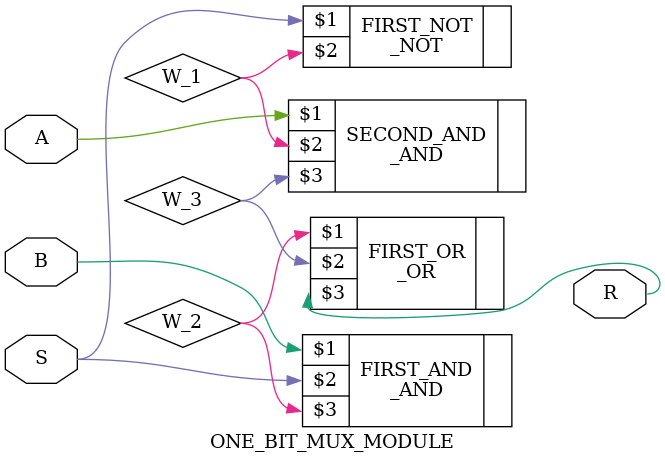
<source format=sv>
module ONE_BIT_MUX_MODULE (A, B, S, R);

	input logic A, B, S;
	output logic R;
	logic W_1, W_2, W_3;
	
	_NOT 
		FIRST_NOT (S, W_1);
	_AND 
		FIRST_AND (B, S, W_2),
		SECOND_AND (A, W_1, W_3);
	_OR 
		FIRST_OR (W_2, W_3, R);
	
endmodule 
</source>
